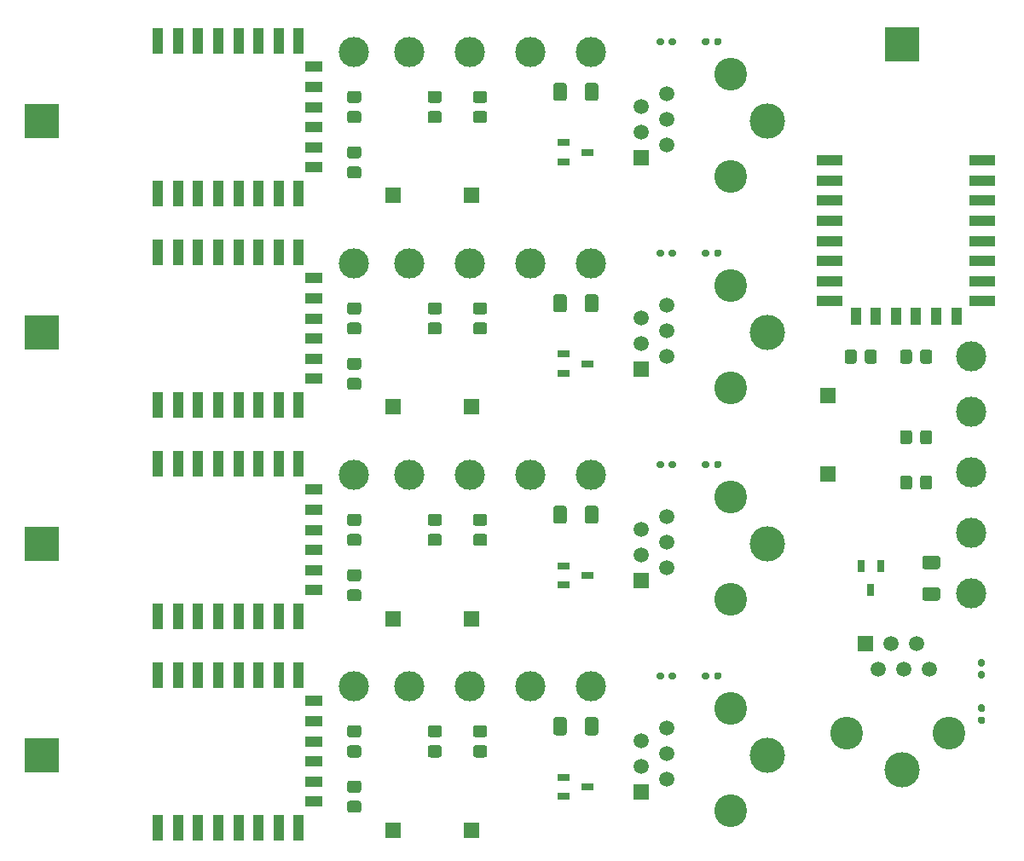
<source format=gbr>
%TF.GenerationSoftware,KiCad,Pcbnew,(5.1.9)-1*%
%TF.CreationDate,2021-04-05T17:54:05+02:00*%
%TF.ProjectId,IM350_AM550_multi,494d3335-305f-4414-9d35-35305f6d756c,rev?*%
%TF.SameCoordinates,Original*%
%TF.FileFunction,Soldermask,Top*%
%TF.FilePolarity,Negative*%
%FSLAX46Y46*%
G04 Gerber Fmt 4.6, Leading zero omitted, Abs format (unit mm)*
G04 Created by KiCad (PCBNEW (5.1.9)-1) date 2021-04-05 17:54:05*
%MOMM*%
%LPD*%
G01*
G04 APERTURE LIST*
%ADD10R,1.520000X1.520000*%
%ADD11C,3.250000*%
%ADD12C,1.520000*%
%ADD13C,3.000000*%
%ADD14R,2.500000X1.000000*%
%ADD15R,1.000000X1.800000*%
%ADD16R,1.500000X1.500000*%
%ADD17R,0.800000X1.300000*%
%ADD18R,3.500000X3.500000*%
%ADD19C,3.500000*%
%ADD20R,1.000000X2.500000*%
%ADD21R,1.800000X1.000000*%
%ADD22R,1.300000X0.800000*%
G04 APERTURE END LIST*
D10*
%TO.C,J7*%
X124800000Y-92500000D03*
D11*
X122890000Y-101390000D03*
D12*
X126070000Y-95040000D03*
X127340000Y-92500000D03*
X128610000Y-95040000D03*
X129880000Y-92500000D03*
X131150000Y-95040000D03*
D11*
X133050000Y-101390000D03*
%TD*%
%TO.C,J7*%
X111390000Y-98950000D03*
D12*
X105040000Y-100850000D03*
X102500000Y-102120000D03*
X105040000Y-103390000D03*
X102500000Y-104660000D03*
X105040000Y-105930000D03*
D11*
X111390000Y-109110000D03*
D10*
X102500000Y-107200000D03*
%TD*%
%TO.C,J7*%
X102500000Y-86200000D03*
D11*
X111390000Y-88110000D03*
D12*
X105040000Y-84930000D03*
X102500000Y-83660000D03*
X105040000Y-82390000D03*
X102500000Y-81120000D03*
X105040000Y-79850000D03*
D11*
X111390000Y-77950000D03*
%TD*%
%TO.C,J7*%
X111390000Y-56950000D03*
D12*
X105040000Y-58850000D03*
X102500000Y-60120000D03*
X105040000Y-61390000D03*
X102500000Y-62660000D03*
X105040000Y-63930000D03*
D11*
X111390000Y-67110000D03*
D10*
X102500000Y-65200000D03*
%TD*%
%TO.C,J7*%
X102500000Y-44200000D03*
D11*
X111390000Y-46110000D03*
D12*
X105040000Y-42930000D03*
X102500000Y-41660000D03*
X105040000Y-40390000D03*
X102500000Y-39120000D03*
X105040000Y-37850000D03*
D11*
X111390000Y-35950000D03*
%TD*%
%TO.C,R2*%
G36*
G01*
X130200000Y-76950001D02*
X130200000Y-76049999D01*
G75*
G02*
X130449999Y-75800000I249999J0D01*
G01*
X131150001Y-75800000D01*
G75*
G02*
X131400000Y-76049999I0J-249999D01*
G01*
X131400000Y-76950001D01*
G75*
G02*
X131150001Y-77200000I-249999J0D01*
G01*
X130449999Y-77200000D01*
G75*
G02*
X130200000Y-76950001I0J249999D01*
G01*
G37*
G36*
G01*
X128200000Y-76950001D02*
X128200000Y-76049999D01*
G75*
G02*
X128449999Y-75800000I249999J0D01*
G01*
X129150001Y-75800000D01*
G75*
G02*
X129400000Y-76049999I0J-249999D01*
G01*
X129400000Y-76950001D01*
G75*
G02*
X129150001Y-77200000I-249999J0D01*
G01*
X128449999Y-77200000D01*
G75*
G02*
X128200000Y-76950001I0J249999D01*
G01*
G37*
%TD*%
D13*
%TO.C,J1*%
X135300000Y-87500000D03*
%TD*%
D14*
%TO.C,U2*%
X121200000Y-44500000D03*
X121200000Y-46500000D03*
X121200000Y-48500000D03*
X121200000Y-50500000D03*
X121200000Y-52500000D03*
X121200000Y-54500000D03*
X121200000Y-56500000D03*
X121200000Y-58500000D03*
D15*
X123800000Y-60000000D03*
X125800000Y-60000000D03*
X127800000Y-60000000D03*
X129800000Y-60000000D03*
X131800000Y-60000000D03*
X133800000Y-60000000D03*
D14*
X136400000Y-58500000D03*
X136400000Y-56500000D03*
X136400000Y-54500000D03*
X136400000Y-52500000D03*
X136400000Y-50500000D03*
X136400000Y-48500000D03*
X136400000Y-46500000D03*
X136400000Y-44500000D03*
%TD*%
%TO.C,R6*%
G36*
G01*
X136460000Y-99260000D02*
X136140000Y-99260000D01*
G75*
G02*
X135980000Y-99100000I0J160000D01*
G01*
X135980000Y-98705000D01*
G75*
G02*
X136140000Y-98545000I160000J0D01*
G01*
X136460000Y-98545000D01*
G75*
G02*
X136620000Y-98705000I0J-160000D01*
G01*
X136620000Y-99100000D01*
G75*
G02*
X136460000Y-99260000I-160000J0D01*
G01*
G37*
G36*
G01*
X136460000Y-100455000D02*
X136140000Y-100455000D01*
G75*
G02*
X135980000Y-100295000I0J160000D01*
G01*
X135980000Y-99900000D01*
G75*
G02*
X136140000Y-99740000I160000J0D01*
G01*
X136460000Y-99740000D01*
G75*
G02*
X136620000Y-99900000I0J-160000D01*
G01*
X136620000Y-100295000D01*
G75*
G02*
X136460000Y-100455000I-160000J0D01*
G01*
G37*
%TD*%
D13*
%TO.C,J4*%
X135300000Y-75500000D03*
%TD*%
%TO.C,R3*%
G36*
G01*
X136140000Y-95240000D02*
X136460000Y-95240000D01*
G75*
G02*
X136620000Y-95400000I0J-160000D01*
G01*
X136620000Y-95795000D01*
G75*
G02*
X136460000Y-95955000I-160000J0D01*
G01*
X136140000Y-95955000D01*
G75*
G02*
X135980000Y-95795000I0J160000D01*
G01*
X135980000Y-95400000D01*
G75*
G02*
X136140000Y-95240000I160000J0D01*
G01*
G37*
G36*
G01*
X136140000Y-94045000D02*
X136460000Y-94045000D01*
G75*
G02*
X136620000Y-94205000I0J-160000D01*
G01*
X136620000Y-94600000D01*
G75*
G02*
X136460000Y-94760000I-160000J0D01*
G01*
X136140000Y-94760000D01*
G75*
G02*
X135980000Y-94600000I0J160000D01*
G01*
X135980000Y-94205000D01*
G75*
G02*
X136140000Y-94045000I160000J0D01*
G01*
G37*
%TD*%
%TO.C,J2*%
X135300000Y-64000000D03*
%TD*%
%TO.C,J6*%
X135300000Y-81500000D03*
%TD*%
%TO.C,J3*%
X135300000Y-69500000D03*
%TD*%
%TO.C,R1*%
G36*
G01*
X131400000Y-71549999D02*
X131400000Y-72450001D01*
G75*
G02*
X131150001Y-72700000I-249999J0D01*
G01*
X130449999Y-72700000D01*
G75*
G02*
X130200000Y-72450001I0J249999D01*
G01*
X130200000Y-71549999D01*
G75*
G02*
X130449999Y-71300000I249999J0D01*
G01*
X131150001Y-71300000D01*
G75*
G02*
X131400000Y-71549999I0J-249999D01*
G01*
G37*
G36*
G01*
X129400000Y-71549999D02*
X129400000Y-72450001D01*
G75*
G02*
X129150001Y-72700000I-249999J0D01*
G01*
X128449999Y-72700000D01*
G75*
G02*
X128200000Y-72450001I0J249999D01*
G01*
X128200000Y-71549999D01*
G75*
G02*
X128449999Y-71300000I249999J0D01*
G01*
X129150001Y-71300000D01*
G75*
G02*
X129400000Y-71549999I0J-249999D01*
G01*
G37*
%TD*%
%TO.C,R5*%
G36*
G01*
X123900000Y-63549999D02*
X123900000Y-64450001D01*
G75*
G02*
X123650001Y-64700000I-249999J0D01*
G01*
X122949999Y-64700000D01*
G75*
G02*
X122700000Y-64450001I0J249999D01*
G01*
X122700000Y-63549999D01*
G75*
G02*
X122949999Y-63300000I249999J0D01*
G01*
X123650001Y-63300000D01*
G75*
G02*
X123900000Y-63549999I0J-249999D01*
G01*
G37*
G36*
G01*
X125900000Y-63549999D02*
X125900000Y-64450001D01*
G75*
G02*
X125650001Y-64700000I-249999J0D01*
G01*
X124949999Y-64700000D01*
G75*
G02*
X124700000Y-64450001I0J249999D01*
G01*
X124700000Y-63549999D01*
G75*
G02*
X124949999Y-63300000I249999J0D01*
G01*
X125650001Y-63300000D01*
G75*
G02*
X125900000Y-63549999I0J-249999D01*
G01*
G37*
%TD*%
D16*
%TO.C,SW1*%
X121000000Y-67850000D03*
X121000000Y-75650000D03*
%TD*%
%TO.C,R4*%
G36*
G01*
X128200000Y-64450001D02*
X128200000Y-63549999D01*
G75*
G02*
X128449999Y-63300000I249999J0D01*
G01*
X129150001Y-63300000D01*
G75*
G02*
X129400000Y-63549999I0J-249999D01*
G01*
X129400000Y-64450001D01*
G75*
G02*
X129150001Y-64700000I-249999J0D01*
G01*
X128449999Y-64700000D01*
G75*
G02*
X128200000Y-64450001I0J249999D01*
G01*
G37*
G36*
G01*
X130200000Y-64450001D02*
X130200000Y-63549999D01*
G75*
G02*
X130449999Y-63300000I249999J0D01*
G01*
X131150001Y-63300000D01*
G75*
G02*
X131400000Y-63549999I0J-249999D01*
G01*
X131400000Y-64450001D01*
G75*
G02*
X131150001Y-64700000I-249999J0D01*
G01*
X130449999Y-64700000D01*
G75*
G02*
X130200000Y-64450001I0J249999D01*
G01*
G37*
%TD*%
D17*
%TO.C,U1*%
X126250000Y-84800000D03*
X124350000Y-84800000D03*
X125300000Y-87200000D03*
%TD*%
D18*
%TO.C,BT1*%
X128445000Y-33000000D03*
D19*
X128445000Y-105000000D03*
%TD*%
%TO.C,C2*%
G36*
G01*
X131950001Y-88225000D02*
X130649999Y-88225000D01*
G75*
G02*
X130400000Y-87975001I0J249999D01*
G01*
X130400000Y-87149999D01*
G75*
G02*
X130649999Y-86900000I249999J0D01*
G01*
X131950001Y-86900000D01*
G75*
G02*
X132200000Y-87149999I0J-249999D01*
G01*
X132200000Y-87975001D01*
G75*
G02*
X131950001Y-88225000I-249999J0D01*
G01*
G37*
G36*
G01*
X131950001Y-85100000D02*
X130649999Y-85100000D01*
G75*
G02*
X130400000Y-84850001I0J249999D01*
G01*
X130400000Y-84024999D01*
G75*
G02*
X130649999Y-83775000I249999J0D01*
G01*
X131950001Y-83775000D01*
G75*
G02*
X132200000Y-84024999I0J-249999D01*
G01*
X132200000Y-84850001D01*
G75*
G02*
X131950001Y-85100000I-249999J0D01*
G01*
G37*
%TD*%
%TO.C,R6*%
G36*
G01*
X110455000Y-95540000D02*
X110455000Y-95860000D01*
G75*
G02*
X110295000Y-96020000I-160000J0D01*
G01*
X109900000Y-96020000D01*
G75*
G02*
X109740000Y-95860000I0J160000D01*
G01*
X109740000Y-95540000D01*
G75*
G02*
X109900000Y-95380000I160000J0D01*
G01*
X110295000Y-95380000D01*
G75*
G02*
X110455000Y-95540000I0J-160000D01*
G01*
G37*
G36*
G01*
X109260000Y-95540000D02*
X109260000Y-95860000D01*
G75*
G02*
X109100000Y-96020000I-160000J0D01*
G01*
X108705000Y-96020000D01*
G75*
G02*
X108545000Y-95860000I0J160000D01*
G01*
X108545000Y-95540000D01*
G75*
G02*
X108705000Y-95380000I160000J0D01*
G01*
X109100000Y-95380000D01*
G75*
G02*
X109260000Y-95540000I0J-160000D01*
G01*
G37*
%TD*%
D13*
%TO.C,J4*%
X85500000Y-96700000D03*
%TD*%
%TO.C,J3*%
X79500000Y-96700000D03*
%TD*%
%TO.C,R2*%
G36*
G01*
X86950001Y-103800000D02*
X86049999Y-103800000D01*
G75*
G02*
X85800000Y-103550001I0J249999D01*
G01*
X85800000Y-102849999D01*
G75*
G02*
X86049999Y-102600000I249999J0D01*
G01*
X86950001Y-102600000D01*
G75*
G02*
X87200000Y-102849999I0J-249999D01*
G01*
X87200000Y-103550001D01*
G75*
G02*
X86950001Y-103800000I-249999J0D01*
G01*
G37*
G36*
G01*
X86950001Y-101800000D02*
X86049999Y-101800000D01*
G75*
G02*
X85800000Y-101550001I0J249999D01*
G01*
X85800000Y-100849999D01*
G75*
G02*
X86049999Y-100600000I249999J0D01*
G01*
X86950001Y-100600000D01*
G75*
G02*
X87200000Y-100849999I0J-249999D01*
G01*
X87200000Y-101550001D01*
G75*
G02*
X86950001Y-101800000I-249999J0D01*
G01*
G37*
%TD*%
%TO.C,R3*%
G36*
G01*
X104045000Y-95860000D02*
X104045000Y-95540000D01*
G75*
G02*
X104205000Y-95380000I160000J0D01*
G01*
X104600000Y-95380000D01*
G75*
G02*
X104760000Y-95540000I0J-160000D01*
G01*
X104760000Y-95860000D01*
G75*
G02*
X104600000Y-96020000I-160000J0D01*
G01*
X104205000Y-96020000D01*
G75*
G02*
X104045000Y-95860000I0J160000D01*
G01*
G37*
G36*
G01*
X105240000Y-95860000D02*
X105240000Y-95540000D01*
G75*
G02*
X105400000Y-95380000I160000J0D01*
G01*
X105795000Y-95380000D01*
G75*
G02*
X105955000Y-95540000I0J-160000D01*
G01*
X105955000Y-95860000D01*
G75*
G02*
X105795000Y-96020000I-160000J0D01*
G01*
X105400000Y-96020000D01*
G75*
G02*
X105240000Y-95860000I0J160000D01*
G01*
G37*
%TD*%
%TO.C,J2*%
X74000000Y-96700000D03*
%TD*%
%TO.C,J1*%
X97500000Y-96700000D03*
%TD*%
%TO.C,J6*%
X91500000Y-96700000D03*
%TD*%
D20*
%TO.C,U2*%
X54500000Y-95600000D03*
X56500000Y-95600000D03*
X58500000Y-95600000D03*
X60500000Y-95600000D03*
X62500000Y-95600000D03*
X64500000Y-95600000D03*
X66500000Y-95600000D03*
X68500000Y-95600000D03*
D21*
X70000000Y-98200000D03*
X70000000Y-100200000D03*
X70000000Y-102200000D03*
X70000000Y-104200000D03*
X70000000Y-106200000D03*
X70000000Y-108200000D03*
D20*
X68500000Y-110800000D03*
X66500000Y-110800000D03*
X64500000Y-110800000D03*
X62500000Y-110800000D03*
X60500000Y-110800000D03*
X58500000Y-110800000D03*
X56500000Y-110800000D03*
X54500000Y-110800000D03*
%TD*%
%TO.C,R4*%
G36*
G01*
X74450001Y-101800000D02*
X73549999Y-101800000D01*
G75*
G02*
X73300000Y-101550001I0J249999D01*
G01*
X73300000Y-100849999D01*
G75*
G02*
X73549999Y-100600000I249999J0D01*
G01*
X74450001Y-100600000D01*
G75*
G02*
X74700000Y-100849999I0J-249999D01*
G01*
X74700000Y-101550001D01*
G75*
G02*
X74450001Y-101800000I-249999J0D01*
G01*
G37*
G36*
G01*
X74450001Y-103800000D02*
X73549999Y-103800000D01*
G75*
G02*
X73300000Y-103550001I0J249999D01*
G01*
X73300000Y-102849999D01*
G75*
G02*
X73549999Y-102600000I249999J0D01*
G01*
X74450001Y-102600000D01*
G75*
G02*
X74700000Y-102849999I0J-249999D01*
G01*
X74700000Y-103550001D01*
G75*
G02*
X74450001Y-103800000I-249999J0D01*
G01*
G37*
%TD*%
D19*
%TO.C,BT1*%
X115000000Y-103555000D03*
D18*
X43000000Y-103555000D03*
%TD*%
%TO.C,R1*%
G36*
G01*
X81549999Y-102600000D02*
X82450001Y-102600000D01*
G75*
G02*
X82700000Y-102849999I0J-249999D01*
G01*
X82700000Y-103550001D01*
G75*
G02*
X82450001Y-103800000I-249999J0D01*
G01*
X81549999Y-103800000D01*
G75*
G02*
X81300000Y-103550001I0J249999D01*
G01*
X81300000Y-102849999D01*
G75*
G02*
X81549999Y-102600000I249999J0D01*
G01*
G37*
G36*
G01*
X81549999Y-100600000D02*
X82450001Y-100600000D01*
G75*
G02*
X82700000Y-100849999I0J-249999D01*
G01*
X82700000Y-101550001D01*
G75*
G02*
X82450001Y-101800000I-249999J0D01*
G01*
X81549999Y-101800000D01*
G75*
G02*
X81300000Y-101550001I0J249999D01*
G01*
X81300000Y-100849999D01*
G75*
G02*
X81549999Y-100600000I249999J0D01*
G01*
G37*
%TD*%
%TO.C,C2*%
G36*
G01*
X95100000Y-100049999D02*
X95100000Y-101350001D01*
G75*
G02*
X94850001Y-101600000I-249999J0D01*
G01*
X94024999Y-101600000D01*
G75*
G02*
X93775000Y-101350001I0J249999D01*
G01*
X93775000Y-100049999D01*
G75*
G02*
X94024999Y-99800000I249999J0D01*
G01*
X94850001Y-99800000D01*
G75*
G02*
X95100000Y-100049999I0J-249999D01*
G01*
G37*
G36*
G01*
X98225000Y-100049999D02*
X98225000Y-101350001D01*
G75*
G02*
X97975001Y-101600000I-249999J0D01*
G01*
X97149999Y-101600000D01*
G75*
G02*
X96900000Y-101350001I0J249999D01*
G01*
X96900000Y-100049999D01*
G75*
G02*
X97149999Y-99800000I249999J0D01*
G01*
X97975001Y-99800000D01*
G75*
G02*
X98225000Y-100049999I0J-249999D01*
G01*
G37*
%TD*%
D22*
%TO.C,U1*%
X97200000Y-106700000D03*
X94800000Y-107650000D03*
X94800000Y-105750000D03*
%TD*%
%TO.C,R5*%
G36*
G01*
X73549999Y-106100000D02*
X74450001Y-106100000D01*
G75*
G02*
X74700000Y-106349999I0J-249999D01*
G01*
X74700000Y-107050001D01*
G75*
G02*
X74450001Y-107300000I-249999J0D01*
G01*
X73549999Y-107300000D01*
G75*
G02*
X73300000Y-107050001I0J249999D01*
G01*
X73300000Y-106349999D01*
G75*
G02*
X73549999Y-106100000I249999J0D01*
G01*
G37*
G36*
G01*
X73549999Y-108100000D02*
X74450001Y-108100000D01*
G75*
G02*
X74700000Y-108349999I0J-249999D01*
G01*
X74700000Y-109050001D01*
G75*
G02*
X74450001Y-109300000I-249999J0D01*
G01*
X73549999Y-109300000D01*
G75*
G02*
X73300000Y-109050001I0J249999D01*
G01*
X73300000Y-108349999D01*
G75*
G02*
X73549999Y-108100000I249999J0D01*
G01*
G37*
%TD*%
D16*
%TO.C,SW1*%
X85650000Y-111000000D03*
X77850000Y-111000000D03*
%TD*%
D13*
%TO.C,J4*%
X85500000Y-75700000D03*
%TD*%
%TO.C,J3*%
X79500000Y-75700000D03*
%TD*%
%TO.C,J2*%
X74000000Y-75700000D03*
%TD*%
%TO.C,J1*%
X97500000Y-75700000D03*
%TD*%
%TO.C,R3*%
G36*
G01*
X105240000Y-74860000D02*
X105240000Y-74540000D01*
G75*
G02*
X105400000Y-74380000I160000J0D01*
G01*
X105795000Y-74380000D01*
G75*
G02*
X105955000Y-74540000I0J-160000D01*
G01*
X105955000Y-74860000D01*
G75*
G02*
X105795000Y-75020000I-160000J0D01*
G01*
X105400000Y-75020000D01*
G75*
G02*
X105240000Y-74860000I0J160000D01*
G01*
G37*
G36*
G01*
X104045000Y-74860000D02*
X104045000Y-74540000D01*
G75*
G02*
X104205000Y-74380000I160000J0D01*
G01*
X104600000Y-74380000D01*
G75*
G02*
X104760000Y-74540000I0J-160000D01*
G01*
X104760000Y-74860000D01*
G75*
G02*
X104600000Y-75020000I-160000J0D01*
G01*
X104205000Y-75020000D01*
G75*
G02*
X104045000Y-74860000I0J160000D01*
G01*
G37*
%TD*%
%TO.C,R6*%
G36*
G01*
X109260000Y-74540000D02*
X109260000Y-74860000D01*
G75*
G02*
X109100000Y-75020000I-160000J0D01*
G01*
X108705000Y-75020000D01*
G75*
G02*
X108545000Y-74860000I0J160000D01*
G01*
X108545000Y-74540000D01*
G75*
G02*
X108705000Y-74380000I160000J0D01*
G01*
X109100000Y-74380000D01*
G75*
G02*
X109260000Y-74540000I0J-160000D01*
G01*
G37*
G36*
G01*
X110455000Y-74540000D02*
X110455000Y-74860000D01*
G75*
G02*
X110295000Y-75020000I-160000J0D01*
G01*
X109900000Y-75020000D01*
G75*
G02*
X109740000Y-74860000I0J160000D01*
G01*
X109740000Y-74540000D01*
G75*
G02*
X109900000Y-74380000I160000J0D01*
G01*
X110295000Y-74380000D01*
G75*
G02*
X110455000Y-74540000I0J-160000D01*
G01*
G37*
%TD*%
%TO.C,R2*%
G36*
G01*
X86950001Y-80800000D02*
X86049999Y-80800000D01*
G75*
G02*
X85800000Y-80550001I0J249999D01*
G01*
X85800000Y-79849999D01*
G75*
G02*
X86049999Y-79600000I249999J0D01*
G01*
X86950001Y-79600000D01*
G75*
G02*
X87200000Y-79849999I0J-249999D01*
G01*
X87200000Y-80550001D01*
G75*
G02*
X86950001Y-80800000I-249999J0D01*
G01*
G37*
G36*
G01*
X86950001Y-82800000D02*
X86049999Y-82800000D01*
G75*
G02*
X85800000Y-82550001I0J249999D01*
G01*
X85800000Y-81849999D01*
G75*
G02*
X86049999Y-81600000I249999J0D01*
G01*
X86950001Y-81600000D01*
G75*
G02*
X87200000Y-81849999I0J-249999D01*
G01*
X87200000Y-82550001D01*
G75*
G02*
X86950001Y-82800000I-249999J0D01*
G01*
G37*
%TD*%
D18*
%TO.C,BT1*%
X43000000Y-82555000D03*
D19*
X115000000Y-82555000D03*
%TD*%
%TO.C,C2*%
G36*
G01*
X98225000Y-79049999D02*
X98225000Y-80350001D01*
G75*
G02*
X97975001Y-80600000I-249999J0D01*
G01*
X97149999Y-80600000D01*
G75*
G02*
X96900000Y-80350001I0J249999D01*
G01*
X96900000Y-79049999D01*
G75*
G02*
X97149999Y-78800000I249999J0D01*
G01*
X97975001Y-78800000D01*
G75*
G02*
X98225000Y-79049999I0J-249999D01*
G01*
G37*
G36*
G01*
X95100000Y-79049999D02*
X95100000Y-80350001D01*
G75*
G02*
X94850001Y-80600000I-249999J0D01*
G01*
X94024999Y-80600000D01*
G75*
G02*
X93775000Y-80350001I0J249999D01*
G01*
X93775000Y-79049999D01*
G75*
G02*
X94024999Y-78800000I249999J0D01*
G01*
X94850001Y-78800000D01*
G75*
G02*
X95100000Y-79049999I0J-249999D01*
G01*
G37*
%TD*%
%TO.C,R5*%
G36*
G01*
X73549999Y-87100000D02*
X74450001Y-87100000D01*
G75*
G02*
X74700000Y-87349999I0J-249999D01*
G01*
X74700000Y-88050001D01*
G75*
G02*
X74450001Y-88300000I-249999J0D01*
G01*
X73549999Y-88300000D01*
G75*
G02*
X73300000Y-88050001I0J249999D01*
G01*
X73300000Y-87349999D01*
G75*
G02*
X73549999Y-87100000I249999J0D01*
G01*
G37*
G36*
G01*
X73549999Y-85100000D02*
X74450001Y-85100000D01*
G75*
G02*
X74700000Y-85349999I0J-249999D01*
G01*
X74700000Y-86050001D01*
G75*
G02*
X74450001Y-86300000I-249999J0D01*
G01*
X73549999Y-86300000D01*
G75*
G02*
X73300000Y-86050001I0J249999D01*
G01*
X73300000Y-85349999D01*
G75*
G02*
X73549999Y-85100000I249999J0D01*
G01*
G37*
%TD*%
D16*
%TO.C,SW1*%
X77850000Y-90000000D03*
X85650000Y-90000000D03*
%TD*%
%TO.C,R4*%
G36*
G01*
X74450001Y-82800000D02*
X73549999Y-82800000D01*
G75*
G02*
X73300000Y-82550001I0J249999D01*
G01*
X73300000Y-81849999D01*
G75*
G02*
X73549999Y-81600000I249999J0D01*
G01*
X74450001Y-81600000D01*
G75*
G02*
X74700000Y-81849999I0J-249999D01*
G01*
X74700000Y-82550001D01*
G75*
G02*
X74450001Y-82800000I-249999J0D01*
G01*
G37*
G36*
G01*
X74450001Y-80800000D02*
X73549999Y-80800000D01*
G75*
G02*
X73300000Y-80550001I0J249999D01*
G01*
X73300000Y-79849999D01*
G75*
G02*
X73549999Y-79600000I249999J0D01*
G01*
X74450001Y-79600000D01*
G75*
G02*
X74700000Y-79849999I0J-249999D01*
G01*
X74700000Y-80550001D01*
G75*
G02*
X74450001Y-80800000I-249999J0D01*
G01*
G37*
%TD*%
D20*
%TO.C,U2*%
X54500000Y-89800000D03*
X56500000Y-89800000D03*
X58500000Y-89800000D03*
X60500000Y-89800000D03*
X62500000Y-89800000D03*
X64500000Y-89800000D03*
X66500000Y-89800000D03*
X68500000Y-89800000D03*
D21*
X70000000Y-87200000D03*
X70000000Y-85200000D03*
X70000000Y-83200000D03*
X70000000Y-81200000D03*
X70000000Y-79200000D03*
X70000000Y-77200000D03*
D20*
X68500000Y-74600000D03*
X66500000Y-74600000D03*
X64500000Y-74600000D03*
X62500000Y-74600000D03*
X60500000Y-74600000D03*
X58500000Y-74600000D03*
X56500000Y-74600000D03*
X54500000Y-74600000D03*
%TD*%
D13*
%TO.C,J6*%
X91500000Y-75700000D03*
%TD*%
D22*
%TO.C,U1*%
X94800000Y-84750000D03*
X94800000Y-86650000D03*
X97200000Y-85700000D03*
%TD*%
%TO.C,R1*%
G36*
G01*
X81549999Y-79600000D02*
X82450001Y-79600000D01*
G75*
G02*
X82700000Y-79849999I0J-249999D01*
G01*
X82700000Y-80550001D01*
G75*
G02*
X82450001Y-80800000I-249999J0D01*
G01*
X81549999Y-80800000D01*
G75*
G02*
X81300000Y-80550001I0J249999D01*
G01*
X81300000Y-79849999D01*
G75*
G02*
X81549999Y-79600000I249999J0D01*
G01*
G37*
G36*
G01*
X81549999Y-81600000D02*
X82450001Y-81600000D01*
G75*
G02*
X82700000Y-81849999I0J-249999D01*
G01*
X82700000Y-82550001D01*
G75*
G02*
X82450001Y-82800000I-249999J0D01*
G01*
X81549999Y-82800000D01*
G75*
G02*
X81300000Y-82550001I0J249999D01*
G01*
X81300000Y-81849999D01*
G75*
G02*
X81549999Y-81600000I249999J0D01*
G01*
G37*
%TD*%
%TO.C,R5*%
G36*
G01*
X73549999Y-64100000D02*
X74450001Y-64100000D01*
G75*
G02*
X74700000Y-64349999I0J-249999D01*
G01*
X74700000Y-65050001D01*
G75*
G02*
X74450001Y-65300000I-249999J0D01*
G01*
X73549999Y-65300000D01*
G75*
G02*
X73300000Y-65050001I0J249999D01*
G01*
X73300000Y-64349999D01*
G75*
G02*
X73549999Y-64100000I249999J0D01*
G01*
G37*
G36*
G01*
X73549999Y-66100000D02*
X74450001Y-66100000D01*
G75*
G02*
X74700000Y-66349999I0J-249999D01*
G01*
X74700000Y-67050001D01*
G75*
G02*
X74450001Y-67300000I-249999J0D01*
G01*
X73549999Y-67300000D01*
G75*
G02*
X73300000Y-67050001I0J249999D01*
G01*
X73300000Y-66349999D01*
G75*
G02*
X73549999Y-66100000I249999J0D01*
G01*
G37*
%TD*%
%TO.C,U1*%
X97200000Y-64700000D03*
X94800000Y-65650000D03*
X94800000Y-63750000D03*
%TD*%
D20*
%TO.C,U2*%
X54500000Y-53600000D03*
X56500000Y-53600000D03*
X58500000Y-53600000D03*
X60500000Y-53600000D03*
X62500000Y-53600000D03*
X64500000Y-53600000D03*
X66500000Y-53600000D03*
X68500000Y-53600000D03*
D21*
X70000000Y-56200000D03*
X70000000Y-58200000D03*
X70000000Y-60200000D03*
X70000000Y-62200000D03*
X70000000Y-64200000D03*
X70000000Y-66200000D03*
D20*
X68500000Y-68800000D03*
X66500000Y-68800000D03*
X64500000Y-68800000D03*
X62500000Y-68800000D03*
X60500000Y-68800000D03*
X58500000Y-68800000D03*
X56500000Y-68800000D03*
X54500000Y-68800000D03*
%TD*%
%TO.C,R4*%
G36*
G01*
X74450001Y-59800000D02*
X73549999Y-59800000D01*
G75*
G02*
X73300000Y-59550001I0J249999D01*
G01*
X73300000Y-58849999D01*
G75*
G02*
X73549999Y-58600000I249999J0D01*
G01*
X74450001Y-58600000D01*
G75*
G02*
X74700000Y-58849999I0J-249999D01*
G01*
X74700000Y-59550001D01*
G75*
G02*
X74450001Y-59800000I-249999J0D01*
G01*
G37*
G36*
G01*
X74450001Y-61800000D02*
X73549999Y-61800000D01*
G75*
G02*
X73300000Y-61550001I0J249999D01*
G01*
X73300000Y-60849999D01*
G75*
G02*
X73549999Y-60600000I249999J0D01*
G01*
X74450001Y-60600000D01*
G75*
G02*
X74700000Y-60849999I0J-249999D01*
G01*
X74700000Y-61550001D01*
G75*
G02*
X74450001Y-61800000I-249999J0D01*
G01*
G37*
%TD*%
D16*
%TO.C,SW1*%
X85650000Y-69000000D03*
X77850000Y-69000000D03*
%TD*%
%TO.C,R1*%
G36*
G01*
X81549999Y-60600000D02*
X82450001Y-60600000D01*
G75*
G02*
X82700000Y-60849999I0J-249999D01*
G01*
X82700000Y-61550001D01*
G75*
G02*
X82450001Y-61800000I-249999J0D01*
G01*
X81549999Y-61800000D01*
G75*
G02*
X81300000Y-61550001I0J249999D01*
G01*
X81300000Y-60849999D01*
G75*
G02*
X81549999Y-60600000I249999J0D01*
G01*
G37*
G36*
G01*
X81549999Y-58600000D02*
X82450001Y-58600000D01*
G75*
G02*
X82700000Y-58849999I0J-249999D01*
G01*
X82700000Y-59550001D01*
G75*
G02*
X82450001Y-59800000I-249999J0D01*
G01*
X81549999Y-59800000D01*
G75*
G02*
X81300000Y-59550001I0J249999D01*
G01*
X81300000Y-58849999D01*
G75*
G02*
X81549999Y-58600000I249999J0D01*
G01*
G37*
%TD*%
D13*
%TO.C,J6*%
X91500000Y-54700000D03*
%TD*%
%TO.C,J4*%
X85500000Y-54700000D03*
%TD*%
%TO.C,R3*%
G36*
G01*
X104045000Y-53860000D02*
X104045000Y-53540000D01*
G75*
G02*
X104205000Y-53380000I160000J0D01*
G01*
X104600000Y-53380000D01*
G75*
G02*
X104760000Y-53540000I0J-160000D01*
G01*
X104760000Y-53860000D01*
G75*
G02*
X104600000Y-54020000I-160000J0D01*
G01*
X104205000Y-54020000D01*
G75*
G02*
X104045000Y-53860000I0J160000D01*
G01*
G37*
G36*
G01*
X105240000Y-53860000D02*
X105240000Y-53540000D01*
G75*
G02*
X105400000Y-53380000I160000J0D01*
G01*
X105795000Y-53380000D01*
G75*
G02*
X105955000Y-53540000I0J-160000D01*
G01*
X105955000Y-53860000D01*
G75*
G02*
X105795000Y-54020000I-160000J0D01*
G01*
X105400000Y-54020000D01*
G75*
G02*
X105240000Y-53860000I0J160000D01*
G01*
G37*
%TD*%
%TO.C,J3*%
X79500000Y-54700000D03*
%TD*%
%TO.C,J2*%
X74000000Y-54700000D03*
%TD*%
%TO.C,J1*%
X97500000Y-54700000D03*
%TD*%
%TO.C,C2*%
G36*
G01*
X95100000Y-58049999D02*
X95100000Y-59350001D01*
G75*
G02*
X94850001Y-59600000I-249999J0D01*
G01*
X94024999Y-59600000D01*
G75*
G02*
X93775000Y-59350001I0J249999D01*
G01*
X93775000Y-58049999D01*
G75*
G02*
X94024999Y-57800000I249999J0D01*
G01*
X94850001Y-57800000D01*
G75*
G02*
X95100000Y-58049999I0J-249999D01*
G01*
G37*
G36*
G01*
X98225000Y-58049999D02*
X98225000Y-59350001D01*
G75*
G02*
X97975001Y-59600000I-249999J0D01*
G01*
X97149999Y-59600000D01*
G75*
G02*
X96900000Y-59350001I0J249999D01*
G01*
X96900000Y-58049999D01*
G75*
G02*
X97149999Y-57800000I249999J0D01*
G01*
X97975001Y-57800000D01*
G75*
G02*
X98225000Y-58049999I0J-249999D01*
G01*
G37*
%TD*%
%TO.C,R6*%
G36*
G01*
X110455000Y-53540000D02*
X110455000Y-53860000D01*
G75*
G02*
X110295000Y-54020000I-160000J0D01*
G01*
X109900000Y-54020000D01*
G75*
G02*
X109740000Y-53860000I0J160000D01*
G01*
X109740000Y-53540000D01*
G75*
G02*
X109900000Y-53380000I160000J0D01*
G01*
X110295000Y-53380000D01*
G75*
G02*
X110455000Y-53540000I0J-160000D01*
G01*
G37*
G36*
G01*
X109260000Y-53540000D02*
X109260000Y-53860000D01*
G75*
G02*
X109100000Y-54020000I-160000J0D01*
G01*
X108705000Y-54020000D01*
G75*
G02*
X108545000Y-53860000I0J160000D01*
G01*
X108545000Y-53540000D01*
G75*
G02*
X108705000Y-53380000I160000J0D01*
G01*
X109100000Y-53380000D01*
G75*
G02*
X109260000Y-53540000I0J-160000D01*
G01*
G37*
%TD*%
%TO.C,R2*%
G36*
G01*
X86950001Y-61800000D02*
X86049999Y-61800000D01*
G75*
G02*
X85800000Y-61550001I0J249999D01*
G01*
X85800000Y-60849999D01*
G75*
G02*
X86049999Y-60600000I249999J0D01*
G01*
X86950001Y-60600000D01*
G75*
G02*
X87200000Y-60849999I0J-249999D01*
G01*
X87200000Y-61550001D01*
G75*
G02*
X86950001Y-61800000I-249999J0D01*
G01*
G37*
G36*
G01*
X86950001Y-59800000D02*
X86049999Y-59800000D01*
G75*
G02*
X85800000Y-59550001I0J249999D01*
G01*
X85800000Y-58849999D01*
G75*
G02*
X86049999Y-58600000I249999J0D01*
G01*
X86950001Y-58600000D01*
G75*
G02*
X87200000Y-58849999I0J-249999D01*
G01*
X87200000Y-59550001D01*
G75*
G02*
X86950001Y-59800000I-249999J0D01*
G01*
G37*
%TD*%
D19*
%TO.C,BT1*%
X115000000Y-61555000D03*
D18*
X43000000Y-61555000D03*
%TD*%
%TO.C,BT1*%
X43000000Y-40555000D03*
D19*
X115000000Y-40555000D03*
%TD*%
%TO.C,R6*%
G36*
G01*
X109260000Y-32540000D02*
X109260000Y-32860000D01*
G75*
G02*
X109100000Y-33020000I-160000J0D01*
G01*
X108705000Y-33020000D01*
G75*
G02*
X108545000Y-32860000I0J160000D01*
G01*
X108545000Y-32540000D01*
G75*
G02*
X108705000Y-32380000I160000J0D01*
G01*
X109100000Y-32380000D01*
G75*
G02*
X109260000Y-32540000I0J-160000D01*
G01*
G37*
G36*
G01*
X110455000Y-32540000D02*
X110455000Y-32860000D01*
G75*
G02*
X110295000Y-33020000I-160000J0D01*
G01*
X109900000Y-33020000D01*
G75*
G02*
X109740000Y-32860000I0J160000D01*
G01*
X109740000Y-32540000D01*
G75*
G02*
X109900000Y-32380000I160000J0D01*
G01*
X110295000Y-32380000D01*
G75*
G02*
X110455000Y-32540000I0J-160000D01*
G01*
G37*
%TD*%
%TO.C,R3*%
G36*
G01*
X105240000Y-32860000D02*
X105240000Y-32540000D01*
G75*
G02*
X105400000Y-32380000I160000J0D01*
G01*
X105795000Y-32380000D01*
G75*
G02*
X105955000Y-32540000I0J-160000D01*
G01*
X105955000Y-32860000D01*
G75*
G02*
X105795000Y-33020000I-160000J0D01*
G01*
X105400000Y-33020000D01*
G75*
G02*
X105240000Y-32860000I0J160000D01*
G01*
G37*
G36*
G01*
X104045000Y-32860000D02*
X104045000Y-32540000D01*
G75*
G02*
X104205000Y-32380000I160000J0D01*
G01*
X104600000Y-32380000D01*
G75*
G02*
X104760000Y-32540000I0J-160000D01*
G01*
X104760000Y-32860000D01*
G75*
G02*
X104600000Y-33020000I-160000J0D01*
G01*
X104205000Y-33020000D01*
G75*
G02*
X104045000Y-32860000I0J160000D01*
G01*
G37*
%TD*%
%TO.C,C2*%
G36*
G01*
X98225000Y-37049999D02*
X98225000Y-38350001D01*
G75*
G02*
X97975001Y-38600000I-249999J0D01*
G01*
X97149999Y-38600000D01*
G75*
G02*
X96900000Y-38350001I0J249999D01*
G01*
X96900000Y-37049999D01*
G75*
G02*
X97149999Y-36800000I249999J0D01*
G01*
X97975001Y-36800000D01*
G75*
G02*
X98225000Y-37049999I0J-249999D01*
G01*
G37*
G36*
G01*
X95100000Y-37049999D02*
X95100000Y-38350001D01*
G75*
G02*
X94850001Y-38600000I-249999J0D01*
G01*
X94024999Y-38600000D01*
G75*
G02*
X93775000Y-38350001I0J249999D01*
G01*
X93775000Y-37049999D01*
G75*
G02*
X94024999Y-36800000I249999J0D01*
G01*
X94850001Y-36800000D01*
G75*
G02*
X95100000Y-37049999I0J-249999D01*
G01*
G37*
%TD*%
D13*
%TO.C,J1*%
X97500000Y-33700000D03*
%TD*%
%TO.C,J2*%
X74000000Y-33700000D03*
%TD*%
%TO.C,J3*%
X79500000Y-33700000D03*
%TD*%
%TO.C,J4*%
X85500000Y-33700000D03*
%TD*%
%TO.C,J6*%
X91500000Y-33700000D03*
%TD*%
%TO.C,R1*%
G36*
G01*
X81549999Y-37600000D02*
X82450001Y-37600000D01*
G75*
G02*
X82700000Y-37849999I0J-249999D01*
G01*
X82700000Y-38550001D01*
G75*
G02*
X82450001Y-38800000I-249999J0D01*
G01*
X81549999Y-38800000D01*
G75*
G02*
X81300000Y-38550001I0J249999D01*
G01*
X81300000Y-37849999D01*
G75*
G02*
X81549999Y-37600000I249999J0D01*
G01*
G37*
G36*
G01*
X81549999Y-39600000D02*
X82450001Y-39600000D01*
G75*
G02*
X82700000Y-39849999I0J-249999D01*
G01*
X82700000Y-40550001D01*
G75*
G02*
X82450001Y-40800000I-249999J0D01*
G01*
X81549999Y-40800000D01*
G75*
G02*
X81300000Y-40550001I0J249999D01*
G01*
X81300000Y-39849999D01*
G75*
G02*
X81549999Y-39600000I249999J0D01*
G01*
G37*
%TD*%
%TO.C,R2*%
G36*
G01*
X86950001Y-38800000D02*
X86049999Y-38800000D01*
G75*
G02*
X85800000Y-38550001I0J249999D01*
G01*
X85800000Y-37849999D01*
G75*
G02*
X86049999Y-37600000I249999J0D01*
G01*
X86950001Y-37600000D01*
G75*
G02*
X87200000Y-37849999I0J-249999D01*
G01*
X87200000Y-38550001D01*
G75*
G02*
X86950001Y-38800000I-249999J0D01*
G01*
G37*
G36*
G01*
X86950001Y-40800000D02*
X86049999Y-40800000D01*
G75*
G02*
X85800000Y-40550001I0J249999D01*
G01*
X85800000Y-39849999D01*
G75*
G02*
X86049999Y-39600000I249999J0D01*
G01*
X86950001Y-39600000D01*
G75*
G02*
X87200000Y-39849999I0J-249999D01*
G01*
X87200000Y-40550001D01*
G75*
G02*
X86950001Y-40800000I-249999J0D01*
G01*
G37*
%TD*%
%TO.C,R4*%
G36*
G01*
X74450001Y-40800000D02*
X73549999Y-40800000D01*
G75*
G02*
X73300000Y-40550001I0J249999D01*
G01*
X73300000Y-39849999D01*
G75*
G02*
X73549999Y-39600000I249999J0D01*
G01*
X74450001Y-39600000D01*
G75*
G02*
X74700000Y-39849999I0J-249999D01*
G01*
X74700000Y-40550001D01*
G75*
G02*
X74450001Y-40800000I-249999J0D01*
G01*
G37*
G36*
G01*
X74450001Y-38800000D02*
X73549999Y-38800000D01*
G75*
G02*
X73300000Y-38550001I0J249999D01*
G01*
X73300000Y-37849999D01*
G75*
G02*
X73549999Y-37600000I249999J0D01*
G01*
X74450001Y-37600000D01*
G75*
G02*
X74700000Y-37849999I0J-249999D01*
G01*
X74700000Y-38550001D01*
G75*
G02*
X74450001Y-38800000I-249999J0D01*
G01*
G37*
%TD*%
%TO.C,R5*%
G36*
G01*
X73549999Y-45100000D02*
X74450001Y-45100000D01*
G75*
G02*
X74700000Y-45349999I0J-249999D01*
G01*
X74700000Y-46050001D01*
G75*
G02*
X74450001Y-46300000I-249999J0D01*
G01*
X73549999Y-46300000D01*
G75*
G02*
X73300000Y-46050001I0J249999D01*
G01*
X73300000Y-45349999D01*
G75*
G02*
X73549999Y-45100000I249999J0D01*
G01*
G37*
G36*
G01*
X73549999Y-43100000D02*
X74450001Y-43100000D01*
G75*
G02*
X74700000Y-43349999I0J-249999D01*
G01*
X74700000Y-44050001D01*
G75*
G02*
X74450001Y-44300000I-249999J0D01*
G01*
X73549999Y-44300000D01*
G75*
G02*
X73300000Y-44050001I0J249999D01*
G01*
X73300000Y-43349999D01*
G75*
G02*
X73549999Y-43100000I249999J0D01*
G01*
G37*
%TD*%
D16*
%TO.C,SW1*%
X77850000Y-48000000D03*
X85650000Y-48000000D03*
%TD*%
D22*
%TO.C,U1*%
X94800000Y-42750000D03*
X94800000Y-44650000D03*
X97200000Y-43700000D03*
%TD*%
D20*
%TO.C,U2*%
X54500000Y-47800000D03*
X56500000Y-47800000D03*
X58500000Y-47800000D03*
X60500000Y-47800000D03*
X62500000Y-47800000D03*
X64500000Y-47800000D03*
X66500000Y-47800000D03*
X68500000Y-47800000D03*
D21*
X70000000Y-45200000D03*
X70000000Y-43200000D03*
X70000000Y-41200000D03*
X70000000Y-39200000D03*
X70000000Y-37200000D03*
X70000000Y-35200000D03*
D20*
X68500000Y-32600000D03*
X66500000Y-32600000D03*
X64500000Y-32600000D03*
X62500000Y-32600000D03*
X60500000Y-32600000D03*
X58500000Y-32600000D03*
X56500000Y-32600000D03*
X54500000Y-32600000D03*
%TD*%
M02*

</source>
